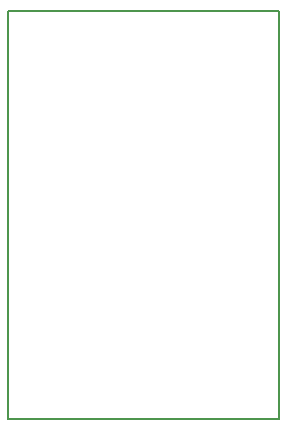
<source format=gbr>
G04 #@! TF.FileFunction,Profile,NP*
%FSLAX46Y46*%
G04 Gerber Fmt 4.6, Leading zero omitted, Abs format (unit mm)*
G04 Created by KiCad (PCBNEW 4.0.2-4+6225~38~ubuntu14.04.1-stable) date Fri 29 Apr 2016 12:46:25 PM PDT*
%MOMM*%
G01*
G04 APERTURE LIST*
%ADD10C,0.100000*%
%ADD11C,0.150000*%
G04 APERTURE END LIST*
D10*
D11*
X151500000Y-95500000D02*
X128500000Y-95500000D01*
X151500000Y-130000000D02*
X151500000Y-95500000D01*
X128500000Y-130000000D02*
X151500000Y-130000000D01*
X128500000Y-95500000D02*
X128500000Y-130000000D01*
M02*

</source>
